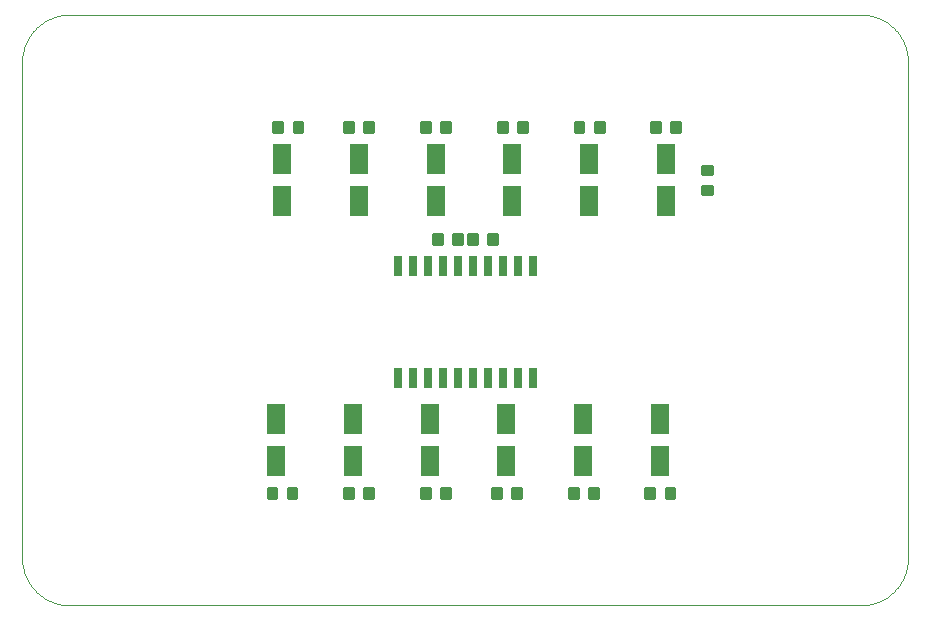
<source format=gtp>
G75*
%MOIN*%
%OFA0B0*%
%FSLAX25Y25*%
%IPPOS*%
%LPD*%
%AMOC8*
5,1,8,0,0,1.08239X$1,22.5*
%
%ADD10C,0.00000*%
%ADD11R,0.06299X0.10236*%
%ADD12C,0.00984*%
%ADD13R,0.02756X0.07087*%
D10*
X0024622Y0008874D02*
X0288402Y0008874D01*
X0288783Y0008879D01*
X0289163Y0008892D01*
X0289543Y0008915D01*
X0289922Y0008948D01*
X0290300Y0008989D01*
X0290677Y0009039D01*
X0291053Y0009099D01*
X0291428Y0009167D01*
X0291800Y0009245D01*
X0292171Y0009332D01*
X0292539Y0009427D01*
X0292905Y0009532D01*
X0293268Y0009645D01*
X0293629Y0009767D01*
X0293986Y0009897D01*
X0294340Y0010037D01*
X0294691Y0010184D01*
X0295038Y0010341D01*
X0295381Y0010505D01*
X0295720Y0010678D01*
X0296055Y0010859D01*
X0296386Y0011048D01*
X0296711Y0011245D01*
X0297032Y0011449D01*
X0297348Y0011662D01*
X0297658Y0011882D01*
X0297964Y0012109D01*
X0298263Y0012344D01*
X0298557Y0012586D01*
X0298845Y0012834D01*
X0299127Y0013090D01*
X0299402Y0013353D01*
X0299671Y0013622D01*
X0299934Y0013897D01*
X0300190Y0014179D01*
X0300438Y0014467D01*
X0300680Y0014761D01*
X0300915Y0015060D01*
X0301142Y0015366D01*
X0301362Y0015676D01*
X0301575Y0015992D01*
X0301779Y0016313D01*
X0301976Y0016638D01*
X0302165Y0016969D01*
X0302346Y0017304D01*
X0302519Y0017643D01*
X0302683Y0017986D01*
X0302840Y0018333D01*
X0302987Y0018684D01*
X0303127Y0019038D01*
X0303257Y0019395D01*
X0303379Y0019756D01*
X0303492Y0020119D01*
X0303597Y0020485D01*
X0303692Y0020853D01*
X0303779Y0021224D01*
X0303857Y0021596D01*
X0303925Y0021971D01*
X0303985Y0022347D01*
X0304035Y0022724D01*
X0304076Y0023102D01*
X0304109Y0023481D01*
X0304132Y0023861D01*
X0304145Y0024241D01*
X0304150Y0024622D01*
X0304150Y0189976D01*
X0304145Y0190357D01*
X0304132Y0190737D01*
X0304109Y0191117D01*
X0304076Y0191496D01*
X0304035Y0191874D01*
X0303985Y0192251D01*
X0303925Y0192627D01*
X0303857Y0193002D01*
X0303779Y0193374D01*
X0303692Y0193745D01*
X0303597Y0194113D01*
X0303492Y0194479D01*
X0303379Y0194842D01*
X0303257Y0195203D01*
X0303127Y0195560D01*
X0302987Y0195914D01*
X0302840Y0196265D01*
X0302683Y0196612D01*
X0302519Y0196955D01*
X0302346Y0197294D01*
X0302165Y0197629D01*
X0301976Y0197960D01*
X0301779Y0198285D01*
X0301575Y0198606D01*
X0301362Y0198922D01*
X0301142Y0199232D01*
X0300915Y0199538D01*
X0300680Y0199837D01*
X0300438Y0200131D01*
X0300190Y0200419D01*
X0299934Y0200701D01*
X0299671Y0200976D01*
X0299402Y0201245D01*
X0299127Y0201508D01*
X0298845Y0201764D01*
X0298557Y0202012D01*
X0298263Y0202254D01*
X0297964Y0202489D01*
X0297658Y0202716D01*
X0297348Y0202936D01*
X0297032Y0203149D01*
X0296711Y0203353D01*
X0296386Y0203550D01*
X0296055Y0203739D01*
X0295720Y0203920D01*
X0295381Y0204093D01*
X0295038Y0204257D01*
X0294691Y0204414D01*
X0294340Y0204561D01*
X0293986Y0204701D01*
X0293629Y0204831D01*
X0293268Y0204953D01*
X0292905Y0205066D01*
X0292539Y0205171D01*
X0292171Y0205266D01*
X0291800Y0205353D01*
X0291428Y0205431D01*
X0291053Y0205499D01*
X0290677Y0205559D01*
X0290300Y0205609D01*
X0289922Y0205650D01*
X0289543Y0205683D01*
X0289163Y0205706D01*
X0288783Y0205719D01*
X0288402Y0205724D01*
X0024622Y0205724D01*
X0024241Y0205719D01*
X0023861Y0205706D01*
X0023481Y0205683D01*
X0023102Y0205650D01*
X0022724Y0205609D01*
X0022347Y0205559D01*
X0021971Y0205499D01*
X0021596Y0205431D01*
X0021224Y0205353D01*
X0020853Y0205266D01*
X0020485Y0205171D01*
X0020119Y0205066D01*
X0019756Y0204953D01*
X0019395Y0204831D01*
X0019038Y0204701D01*
X0018684Y0204561D01*
X0018333Y0204414D01*
X0017986Y0204257D01*
X0017643Y0204093D01*
X0017304Y0203920D01*
X0016969Y0203739D01*
X0016638Y0203550D01*
X0016313Y0203353D01*
X0015992Y0203149D01*
X0015676Y0202936D01*
X0015366Y0202716D01*
X0015060Y0202489D01*
X0014761Y0202254D01*
X0014467Y0202012D01*
X0014179Y0201764D01*
X0013897Y0201508D01*
X0013622Y0201245D01*
X0013353Y0200976D01*
X0013090Y0200701D01*
X0012834Y0200419D01*
X0012586Y0200131D01*
X0012344Y0199837D01*
X0012109Y0199538D01*
X0011882Y0199232D01*
X0011662Y0198922D01*
X0011449Y0198606D01*
X0011245Y0198285D01*
X0011048Y0197960D01*
X0010859Y0197629D01*
X0010678Y0197294D01*
X0010505Y0196955D01*
X0010341Y0196612D01*
X0010184Y0196265D01*
X0010037Y0195914D01*
X0009897Y0195560D01*
X0009767Y0195203D01*
X0009645Y0194842D01*
X0009532Y0194479D01*
X0009427Y0194113D01*
X0009332Y0193745D01*
X0009245Y0193374D01*
X0009167Y0193002D01*
X0009099Y0192627D01*
X0009039Y0192251D01*
X0008989Y0191874D01*
X0008948Y0191496D01*
X0008915Y0191117D01*
X0008892Y0190737D01*
X0008879Y0190357D01*
X0008874Y0189976D01*
X0008874Y0024622D01*
X0008879Y0024241D01*
X0008892Y0023861D01*
X0008915Y0023481D01*
X0008948Y0023102D01*
X0008989Y0022724D01*
X0009039Y0022347D01*
X0009099Y0021971D01*
X0009167Y0021596D01*
X0009245Y0021224D01*
X0009332Y0020853D01*
X0009427Y0020485D01*
X0009532Y0020119D01*
X0009645Y0019756D01*
X0009767Y0019395D01*
X0009897Y0019038D01*
X0010037Y0018684D01*
X0010184Y0018333D01*
X0010341Y0017986D01*
X0010505Y0017643D01*
X0010678Y0017304D01*
X0010859Y0016969D01*
X0011048Y0016638D01*
X0011245Y0016313D01*
X0011449Y0015992D01*
X0011662Y0015676D01*
X0011882Y0015366D01*
X0012109Y0015060D01*
X0012344Y0014761D01*
X0012586Y0014467D01*
X0012834Y0014179D01*
X0013090Y0013897D01*
X0013353Y0013622D01*
X0013622Y0013353D01*
X0013897Y0013090D01*
X0014179Y0012834D01*
X0014467Y0012586D01*
X0014761Y0012344D01*
X0015060Y0012109D01*
X0015366Y0011882D01*
X0015676Y0011662D01*
X0015992Y0011449D01*
X0016313Y0011245D01*
X0016638Y0011048D01*
X0016969Y0010859D01*
X0017304Y0010678D01*
X0017643Y0010505D01*
X0017986Y0010341D01*
X0018333Y0010184D01*
X0018684Y0010037D01*
X0019038Y0009897D01*
X0019395Y0009767D01*
X0019756Y0009645D01*
X0020119Y0009532D01*
X0020485Y0009427D01*
X0020853Y0009332D01*
X0021224Y0009245D01*
X0021596Y0009167D01*
X0021971Y0009099D01*
X0022347Y0009039D01*
X0022724Y0008989D01*
X0023102Y0008948D01*
X0023481Y0008915D01*
X0023861Y0008892D01*
X0024241Y0008879D01*
X0024622Y0008874D01*
D11*
X0093520Y0056906D03*
X0093520Y0071079D03*
X0119110Y0071079D03*
X0119110Y0056906D03*
X0144701Y0056906D03*
X0144701Y0071079D03*
X0170291Y0071079D03*
X0170291Y0056906D03*
X0195882Y0056906D03*
X0195882Y0071079D03*
X0221472Y0071079D03*
X0221472Y0056906D03*
X0223441Y0143520D03*
X0223441Y0157693D03*
X0197850Y0157693D03*
X0197850Y0143520D03*
X0172260Y0143520D03*
X0172260Y0157693D03*
X0146669Y0157693D03*
X0146669Y0143520D03*
X0121079Y0143520D03*
X0121079Y0157693D03*
X0095488Y0157693D03*
X0095488Y0143520D03*
D12*
X0095586Y0166650D02*
X0092634Y0166650D01*
X0092634Y0169996D01*
X0095586Y0169996D01*
X0095586Y0166650D01*
X0095586Y0167585D02*
X0092634Y0167585D01*
X0092634Y0168520D02*
X0095586Y0168520D01*
X0095586Y0169455D02*
X0092634Y0169455D01*
X0099327Y0166650D02*
X0102279Y0166650D01*
X0099327Y0166650D02*
X0099327Y0169996D01*
X0102279Y0169996D01*
X0102279Y0166650D01*
X0102279Y0167585D02*
X0099327Y0167585D01*
X0099327Y0168520D02*
X0102279Y0168520D01*
X0102279Y0169455D02*
X0099327Y0169455D01*
X0116256Y0169996D02*
X0119208Y0169996D01*
X0119208Y0166650D01*
X0116256Y0166650D01*
X0116256Y0169996D01*
X0116256Y0167585D02*
X0119208Y0167585D01*
X0119208Y0168520D02*
X0116256Y0168520D01*
X0116256Y0169455D02*
X0119208Y0169455D01*
X0122949Y0169996D02*
X0125901Y0169996D01*
X0125901Y0166650D01*
X0122949Y0166650D01*
X0122949Y0169996D01*
X0122949Y0167585D02*
X0125901Y0167585D01*
X0125901Y0168520D02*
X0122949Y0168520D01*
X0122949Y0169455D02*
X0125901Y0169455D01*
X0141847Y0169996D02*
X0144799Y0169996D01*
X0144799Y0166650D01*
X0141847Y0166650D01*
X0141847Y0169996D01*
X0141847Y0167585D02*
X0144799Y0167585D01*
X0144799Y0168520D02*
X0141847Y0168520D01*
X0141847Y0169455D02*
X0144799Y0169455D01*
X0148540Y0169996D02*
X0151492Y0169996D01*
X0151492Y0166650D01*
X0148540Y0166650D01*
X0148540Y0169996D01*
X0148540Y0167585D02*
X0151492Y0167585D01*
X0151492Y0168520D02*
X0148540Y0168520D01*
X0148540Y0169455D02*
X0151492Y0169455D01*
X0167437Y0169996D02*
X0170389Y0169996D01*
X0170389Y0166650D01*
X0167437Y0166650D01*
X0167437Y0169996D01*
X0167437Y0167585D02*
X0170389Y0167585D01*
X0170389Y0168520D02*
X0167437Y0168520D01*
X0167437Y0169455D02*
X0170389Y0169455D01*
X0174130Y0169996D02*
X0177082Y0169996D01*
X0177082Y0166650D01*
X0174130Y0166650D01*
X0174130Y0169996D01*
X0174130Y0167585D02*
X0177082Y0167585D01*
X0177082Y0168520D02*
X0174130Y0168520D01*
X0174130Y0169455D02*
X0177082Y0169455D01*
X0193028Y0169996D02*
X0195980Y0169996D01*
X0195980Y0166650D01*
X0193028Y0166650D01*
X0193028Y0169996D01*
X0193028Y0167585D02*
X0195980Y0167585D01*
X0195980Y0168520D02*
X0193028Y0168520D01*
X0193028Y0169455D02*
X0195980Y0169455D01*
X0199721Y0169996D02*
X0202673Y0169996D01*
X0202673Y0166650D01*
X0199721Y0166650D01*
X0199721Y0169996D01*
X0199721Y0167585D02*
X0202673Y0167585D01*
X0202673Y0168520D02*
X0199721Y0168520D01*
X0199721Y0169455D02*
X0202673Y0169455D01*
X0218618Y0169996D02*
X0221570Y0169996D01*
X0221570Y0166650D01*
X0218618Y0166650D01*
X0218618Y0169996D01*
X0218618Y0167585D02*
X0221570Y0167585D01*
X0221570Y0168520D02*
X0218618Y0168520D01*
X0218618Y0169455D02*
X0221570Y0169455D01*
X0225311Y0169996D02*
X0228263Y0169996D01*
X0228263Y0166650D01*
X0225311Y0166650D01*
X0225311Y0169996D01*
X0225311Y0167585D02*
X0228263Y0167585D01*
X0228263Y0168520D02*
X0225311Y0168520D01*
X0225311Y0169455D02*
X0228263Y0169455D01*
X0235547Y0155429D02*
X0235547Y0152477D01*
X0235547Y0155429D02*
X0238893Y0155429D01*
X0238893Y0152477D01*
X0235547Y0152477D01*
X0235547Y0153412D02*
X0238893Y0153412D01*
X0238893Y0154347D02*
X0235547Y0154347D01*
X0235547Y0155282D02*
X0238893Y0155282D01*
X0235547Y0148736D02*
X0235547Y0145784D01*
X0235547Y0148736D02*
X0238893Y0148736D01*
X0238893Y0145784D01*
X0235547Y0145784D01*
X0235547Y0146719D02*
X0238893Y0146719D01*
X0238893Y0147654D02*
X0235547Y0147654D01*
X0235547Y0148589D02*
X0238893Y0148589D01*
X0167240Y0129248D02*
X0164288Y0129248D01*
X0164288Y0132594D01*
X0167240Y0132594D01*
X0167240Y0129248D01*
X0167240Y0130183D02*
X0164288Y0130183D01*
X0164288Y0131118D02*
X0167240Y0131118D01*
X0167240Y0132053D02*
X0164288Y0132053D01*
X0160547Y0129248D02*
X0157595Y0129248D01*
X0157595Y0132594D01*
X0160547Y0132594D01*
X0160547Y0129248D01*
X0160547Y0130183D02*
X0157595Y0130183D01*
X0157595Y0131118D02*
X0160547Y0131118D01*
X0160547Y0132053D02*
X0157595Y0132053D01*
X0155429Y0129248D02*
X0152477Y0129248D01*
X0152477Y0132594D01*
X0155429Y0132594D01*
X0155429Y0129248D01*
X0155429Y0130183D02*
X0152477Y0130183D01*
X0152477Y0131118D02*
X0155429Y0131118D01*
X0155429Y0132053D02*
X0152477Y0132053D01*
X0148736Y0129248D02*
X0145784Y0129248D01*
X0145784Y0132594D01*
X0148736Y0132594D01*
X0148736Y0129248D01*
X0148736Y0130183D02*
X0145784Y0130183D01*
X0145784Y0131118D02*
X0148736Y0131118D01*
X0148736Y0132053D02*
X0145784Y0132053D01*
X0144799Y0047949D02*
X0141847Y0047949D01*
X0144799Y0047949D02*
X0144799Y0044603D01*
X0141847Y0044603D01*
X0141847Y0047949D01*
X0141847Y0045538D02*
X0144799Y0045538D01*
X0144799Y0046473D02*
X0141847Y0046473D01*
X0141847Y0047408D02*
X0144799Y0047408D01*
X0148540Y0047949D02*
X0151492Y0047949D01*
X0151492Y0044603D01*
X0148540Y0044603D01*
X0148540Y0047949D01*
X0148540Y0045538D02*
X0151492Y0045538D01*
X0151492Y0046473D02*
X0148540Y0046473D01*
X0148540Y0047408D02*
X0151492Y0047408D01*
X0165469Y0047949D02*
X0168421Y0047949D01*
X0168421Y0044603D01*
X0165469Y0044603D01*
X0165469Y0047949D01*
X0165469Y0045538D02*
X0168421Y0045538D01*
X0168421Y0046473D02*
X0165469Y0046473D01*
X0165469Y0047408D02*
X0168421Y0047408D01*
X0172162Y0047949D02*
X0175114Y0047949D01*
X0175114Y0044603D01*
X0172162Y0044603D01*
X0172162Y0047949D01*
X0172162Y0045538D02*
X0175114Y0045538D01*
X0175114Y0046473D02*
X0172162Y0046473D01*
X0172162Y0047408D02*
X0175114Y0047408D01*
X0191059Y0047949D02*
X0194011Y0047949D01*
X0194011Y0044603D01*
X0191059Y0044603D01*
X0191059Y0047949D01*
X0191059Y0045538D02*
X0194011Y0045538D01*
X0194011Y0046473D02*
X0191059Y0046473D01*
X0191059Y0047408D02*
X0194011Y0047408D01*
X0197752Y0047949D02*
X0200704Y0047949D01*
X0200704Y0044603D01*
X0197752Y0044603D01*
X0197752Y0047949D01*
X0197752Y0045538D02*
X0200704Y0045538D01*
X0200704Y0046473D02*
X0197752Y0046473D01*
X0197752Y0047408D02*
X0200704Y0047408D01*
X0216650Y0047949D02*
X0219602Y0047949D01*
X0219602Y0044603D01*
X0216650Y0044603D01*
X0216650Y0047949D01*
X0216650Y0045538D02*
X0219602Y0045538D01*
X0219602Y0046473D02*
X0216650Y0046473D01*
X0216650Y0047408D02*
X0219602Y0047408D01*
X0223343Y0047949D02*
X0226295Y0047949D01*
X0226295Y0044603D01*
X0223343Y0044603D01*
X0223343Y0047949D01*
X0223343Y0045538D02*
X0226295Y0045538D01*
X0226295Y0046473D02*
X0223343Y0046473D01*
X0223343Y0047408D02*
X0226295Y0047408D01*
X0125901Y0047949D02*
X0122949Y0047949D01*
X0125901Y0047949D02*
X0125901Y0044603D01*
X0122949Y0044603D01*
X0122949Y0047949D01*
X0122949Y0045538D02*
X0125901Y0045538D01*
X0125901Y0046473D02*
X0122949Y0046473D01*
X0122949Y0047408D02*
X0125901Y0047408D01*
X0119208Y0047949D02*
X0116256Y0047949D01*
X0119208Y0047949D02*
X0119208Y0044603D01*
X0116256Y0044603D01*
X0116256Y0047949D01*
X0116256Y0045538D02*
X0119208Y0045538D01*
X0119208Y0046473D02*
X0116256Y0046473D01*
X0116256Y0047408D02*
X0119208Y0047408D01*
X0100311Y0047949D02*
X0097359Y0047949D01*
X0100311Y0047949D02*
X0100311Y0044603D01*
X0097359Y0044603D01*
X0097359Y0047949D01*
X0097359Y0045538D02*
X0100311Y0045538D01*
X0100311Y0046473D02*
X0097359Y0046473D01*
X0097359Y0047408D02*
X0100311Y0047408D01*
X0093618Y0047949D02*
X0090666Y0047949D01*
X0093618Y0047949D02*
X0093618Y0044603D01*
X0090666Y0044603D01*
X0090666Y0047949D01*
X0090666Y0045538D02*
X0093618Y0045538D01*
X0093618Y0046473D02*
X0090666Y0046473D01*
X0090666Y0047408D02*
X0093618Y0047408D01*
D13*
X0134012Y0084740D03*
X0139012Y0084740D03*
X0144012Y0084740D03*
X0149012Y0084740D03*
X0154012Y0084740D03*
X0159012Y0084740D03*
X0164012Y0084740D03*
X0169012Y0084740D03*
X0174012Y0084740D03*
X0179012Y0084740D03*
X0179012Y0121984D03*
X0174012Y0121984D03*
X0169012Y0121984D03*
X0164012Y0121984D03*
X0159012Y0121984D03*
X0154012Y0121984D03*
X0149012Y0121984D03*
X0144012Y0121984D03*
X0139012Y0121984D03*
X0134012Y0121984D03*
M02*

</source>
